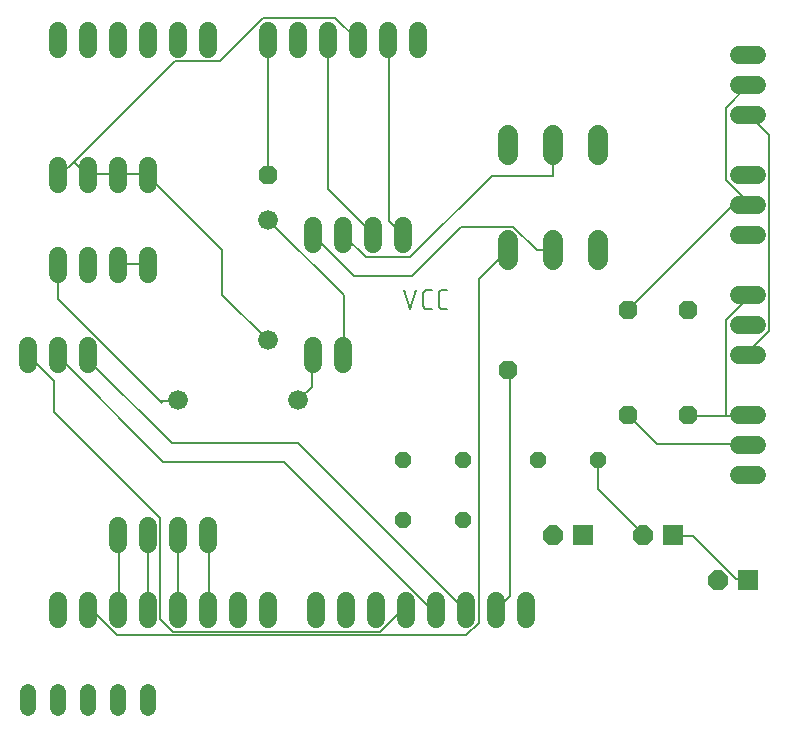
<source format=gbr>
G04 EAGLE Gerber X2 export*
%TF.Part,Single*%
%TF.FileFunction,Copper,L1,Top,Mixed*%
%TF.FilePolarity,Positive*%
%TF.GenerationSoftware,Autodesk,EAGLE,9.1.3*%
%TF.CreationDate,2018-09-07T19:40:15Z*%
G75*
%MOMM*%
%FSLAX34Y34*%
%LPD*%
%AMOC8*
5,1,8,0,0,1.08239X$1,22.5*%
G01*
%ADD10C,0.152400*%
%ADD11C,1.524000*%
%ADD12P,1.732040X8X22.500000*%
%ADD13C,1.676400*%
%ADD14C,1.676400*%
%ADD15P,1.429621X8X22.500000*%
%ADD16P,1.814519X8X22.500000*%
%ADD17R,1.676400X1.676400*%
%ADD18C,1.320800*%


D10*
X369062Y309118D02*
X374481Y292862D01*
X379899Y309118D01*
X389169Y292862D02*
X392782Y292862D01*
X389169Y292862D02*
X389051Y292864D01*
X388933Y292870D01*
X388815Y292879D01*
X388698Y292893D01*
X388581Y292910D01*
X388464Y292931D01*
X388349Y292956D01*
X388234Y292985D01*
X388120Y293018D01*
X388008Y293054D01*
X387897Y293094D01*
X387787Y293137D01*
X387678Y293184D01*
X387571Y293234D01*
X387466Y293289D01*
X387363Y293346D01*
X387262Y293407D01*
X387162Y293471D01*
X387065Y293538D01*
X386970Y293608D01*
X386878Y293682D01*
X386787Y293758D01*
X386700Y293838D01*
X386615Y293920D01*
X386533Y294005D01*
X386453Y294092D01*
X386377Y294183D01*
X386303Y294275D01*
X386233Y294370D01*
X386166Y294467D01*
X386102Y294567D01*
X386041Y294668D01*
X385984Y294771D01*
X385929Y294876D01*
X385879Y294983D01*
X385832Y295092D01*
X385789Y295202D01*
X385749Y295313D01*
X385713Y295425D01*
X385680Y295539D01*
X385651Y295654D01*
X385626Y295769D01*
X385605Y295886D01*
X385588Y296003D01*
X385574Y296120D01*
X385565Y296238D01*
X385559Y296356D01*
X385557Y296474D01*
X385557Y305506D01*
X385559Y305624D01*
X385565Y305742D01*
X385574Y305860D01*
X385588Y305977D01*
X385605Y306094D01*
X385626Y306211D01*
X385651Y306326D01*
X385680Y306441D01*
X385713Y306555D01*
X385749Y306667D01*
X385789Y306778D01*
X385832Y306888D01*
X385879Y306997D01*
X385929Y307104D01*
X385983Y307209D01*
X386041Y307312D01*
X386102Y307413D01*
X386166Y307513D01*
X386233Y307610D01*
X386303Y307705D01*
X386377Y307797D01*
X386453Y307888D01*
X386533Y307975D01*
X386615Y308060D01*
X386700Y308142D01*
X386787Y308222D01*
X386878Y308298D01*
X386970Y308372D01*
X387065Y308442D01*
X387162Y308509D01*
X387262Y308573D01*
X387363Y308634D01*
X387466Y308691D01*
X387571Y308745D01*
X387678Y308796D01*
X387787Y308843D01*
X387897Y308886D01*
X388008Y308926D01*
X388120Y308962D01*
X388234Y308995D01*
X388349Y309024D01*
X388464Y309049D01*
X388581Y309070D01*
X388698Y309087D01*
X388815Y309101D01*
X388933Y309110D01*
X389051Y309116D01*
X389169Y309118D01*
X392782Y309118D01*
X402195Y292862D02*
X405808Y292862D01*
X402195Y292862D02*
X402077Y292864D01*
X401959Y292870D01*
X401841Y292879D01*
X401724Y292893D01*
X401607Y292910D01*
X401490Y292931D01*
X401375Y292956D01*
X401260Y292985D01*
X401146Y293018D01*
X401034Y293054D01*
X400923Y293094D01*
X400813Y293137D01*
X400704Y293184D01*
X400597Y293234D01*
X400492Y293289D01*
X400389Y293346D01*
X400288Y293407D01*
X400188Y293471D01*
X400091Y293538D01*
X399996Y293608D01*
X399904Y293682D01*
X399813Y293758D01*
X399726Y293838D01*
X399641Y293920D01*
X399559Y294005D01*
X399479Y294092D01*
X399403Y294183D01*
X399329Y294275D01*
X399259Y294370D01*
X399192Y294467D01*
X399128Y294567D01*
X399067Y294668D01*
X399010Y294771D01*
X398955Y294876D01*
X398905Y294983D01*
X398858Y295092D01*
X398815Y295202D01*
X398775Y295313D01*
X398739Y295425D01*
X398706Y295539D01*
X398677Y295654D01*
X398652Y295769D01*
X398631Y295886D01*
X398614Y296003D01*
X398600Y296120D01*
X398591Y296238D01*
X398585Y296356D01*
X398583Y296474D01*
X398583Y305506D01*
X398585Y305624D01*
X398591Y305742D01*
X398600Y305860D01*
X398614Y305977D01*
X398631Y306094D01*
X398652Y306211D01*
X398677Y306326D01*
X398706Y306441D01*
X398739Y306555D01*
X398775Y306667D01*
X398815Y306778D01*
X398858Y306888D01*
X398905Y306997D01*
X398955Y307104D01*
X399009Y307209D01*
X399067Y307312D01*
X399128Y307413D01*
X399192Y307513D01*
X399259Y307610D01*
X399329Y307705D01*
X399403Y307797D01*
X399479Y307888D01*
X399559Y307975D01*
X399641Y308060D01*
X399726Y308142D01*
X399813Y308222D01*
X399904Y308298D01*
X399996Y308372D01*
X400091Y308442D01*
X400188Y308509D01*
X400288Y308573D01*
X400389Y308634D01*
X400492Y308691D01*
X400597Y308745D01*
X400704Y308796D01*
X400813Y308843D01*
X400923Y308886D01*
X401034Y308926D01*
X401146Y308962D01*
X401260Y308995D01*
X401375Y309024D01*
X401490Y309049D01*
X401607Y309070D01*
X401724Y309087D01*
X401841Y309101D01*
X401959Y309110D01*
X402077Y309116D01*
X402195Y309118D01*
X405808Y309118D01*
D11*
X472440Y45720D02*
X472440Y30480D01*
X447040Y30480D02*
X447040Y45720D01*
X421640Y45720D02*
X421640Y30480D01*
X396240Y30480D02*
X396240Y45720D01*
X370840Y45720D02*
X370840Y30480D01*
X345440Y30480D02*
X345440Y45720D01*
X320040Y45720D02*
X320040Y30480D01*
X294640Y30480D02*
X294640Y45720D01*
X254000Y45720D02*
X254000Y30480D01*
X228600Y30480D02*
X228600Y45720D01*
X203200Y45720D02*
X203200Y30480D01*
X177800Y30480D02*
X177800Y45720D01*
X152400Y45720D02*
X152400Y30480D01*
X127000Y30480D02*
X127000Y45720D01*
X101600Y45720D02*
X101600Y30480D01*
X76200Y30480D02*
X76200Y45720D01*
X381000Y513080D02*
X381000Y528320D01*
X355600Y528320D02*
X355600Y513080D01*
X330200Y513080D02*
X330200Y528320D01*
X304800Y528320D02*
X304800Y513080D01*
X279400Y513080D02*
X279400Y528320D01*
X254000Y528320D02*
X254000Y513080D01*
X203200Y513080D02*
X203200Y528320D01*
X177800Y528320D02*
X177800Y513080D01*
X152400Y513080D02*
X152400Y528320D01*
X127000Y528320D02*
X127000Y513080D01*
X101600Y513080D02*
X101600Y528320D01*
X76200Y528320D02*
X76200Y513080D01*
X292100Y363220D02*
X292100Y347980D01*
X317500Y347980D02*
X317500Y363220D01*
X342900Y363220D02*
X342900Y347980D01*
X368300Y347980D02*
X368300Y363220D01*
X76200Y398780D02*
X76200Y414020D01*
X101600Y414020D02*
X101600Y398780D01*
X127000Y398780D02*
X127000Y414020D01*
X152400Y414020D02*
X152400Y398780D01*
X76200Y337820D02*
X76200Y322580D01*
X101600Y322580D02*
X101600Y337820D01*
X127000Y337820D02*
X127000Y322580D01*
X152400Y322580D02*
X152400Y337820D01*
D12*
X457200Y241300D03*
X254000Y406400D03*
D11*
X50800Y261620D02*
X50800Y246380D01*
X76200Y246380D02*
X76200Y261620D01*
X101600Y261620D02*
X101600Y246380D01*
X127000Y109220D02*
X127000Y93980D01*
X152400Y93980D02*
X152400Y109220D01*
X177800Y109220D02*
X177800Y93980D01*
X203200Y93980D02*
X203200Y109220D01*
X292100Y246380D02*
X292100Y261620D01*
X317500Y261620D02*
X317500Y246380D01*
D13*
X457200Y334518D02*
X457200Y351282D01*
X495300Y351282D02*
X495300Y334518D01*
X533400Y334518D02*
X533400Y351282D01*
X457200Y423418D02*
X457200Y440182D01*
X495300Y440182D02*
X495300Y423418D01*
X533400Y423418D02*
X533400Y440182D01*
D14*
X254000Y266700D03*
X254000Y368300D03*
X177800Y215900D03*
X279400Y215900D03*
D15*
X368300Y165100D03*
X419100Y165100D03*
X482600Y165100D03*
X533400Y165100D03*
X368300Y114300D03*
X419100Y114300D03*
D16*
X495300Y101600D03*
D17*
X520700Y101600D03*
D16*
X571500Y101600D03*
D17*
X596900Y101600D03*
D16*
X635000Y63500D03*
D17*
X660400Y63500D03*
D12*
X558800Y203200D03*
X609600Y203200D03*
X609600Y292100D03*
X558800Y292100D03*
D11*
X652780Y508000D02*
X668020Y508000D01*
X668020Y482600D02*
X652780Y482600D01*
X652780Y457200D02*
X668020Y457200D01*
X668020Y406400D02*
X652780Y406400D01*
X652780Y381000D02*
X668020Y381000D01*
X668020Y355600D02*
X652780Y355600D01*
X652780Y304800D02*
X668020Y304800D01*
X668020Y279400D02*
X652780Y279400D01*
X652780Y254000D02*
X668020Y254000D01*
X668020Y203200D02*
X652780Y203200D01*
X652780Y177800D02*
X668020Y177800D01*
X668020Y152400D02*
X652780Y152400D01*
D18*
X50800Y-31496D02*
X50800Y-44704D01*
X76200Y-44704D02*
X76200Y-31496D01*
X101600Y-31496D02*
X101600Y-44704D01*
X127000Y-44704D02*
X127000Y-31496D01*
X152400Y-31496D02*
X152400Y-44704D01*
D10*
X443484Y405892D02*
X495300Y405892D01*
X443484Y405892D02*
X374396Y336804D01*
X336804Y336804D01*
X318516Y355092D01*
X495300Y405892D02*
X495300Y431800D01*
X318516Y355092D02*
X317500Y355600D01*
X304800Y394716D02*
X304800Y520700D01*
X304800Y394716D02*
X342900Y356616D01*
X342900Y355600D01*
X356616Y367284D02*
X356616Y519684D01*
X356616Y367284D02*
X368300Y355600D01*
X356616Y519684D02*
X355600Y520700D01*
X79248Y406908D02*
X76200Y406908D01*
X89916Y417576D02*
X175260Y502920D01*
X89916Y417576D02*
X79248Y406908D01*
X175260Y502920D02*
X213360Y502920D01*
X249936Y539496D01*
X310896Y539496D01*
X329184Y521208D01*
X76200Y406908D02*
X76200Y406400D01*
X329184Y521208D02*
X330200Y520700D01*
X100584Y406908D02*
X89916Y417576D01*
X100584Y406908D02*
X101600Y406400D01*
X102108Y406908D02*
X126492Y406908D01*
X102108Y406908D02*
X101600Y406400D01*
X126492Y406908D02*
X127000Y406400D01*
X128016Y406908D02*
X152400Y406908D01*
X152400Y406400D01*
X128016Y406908D02*
X127000Y406400D01*
X214884Y342900D02*
X214884Y304800D01*
X214884Y342900D02*
X152400Y405384D01*
X214884Y304800D02*
X254000Y266700D01*
X152400Y405384D02*
X152400Y406400D01*
X459232Y239268D02*
X459232Y50292D01*
X459232Y239268D02*
X457200Y241300D01*
X459232Y50292D02*
X447040Y38100D01*
X420624Y38100D02*
X279400Y179324D01*
X172720Y179324D01*
X102108Y249936D01*
X102108Y252984D01*
X420624Y38100D02*
X421640Y38100D01*
X102108Y252984D02*
X101600Y254000D01*
X393192Y38100D02*
X396240Y38100D01*
X393192Y38100D02*
X267716Y163576D01*
X165608Y163576D01*
X76200Y252984D01*
X76200Y254000D01*
X367284Y38100D02*
X370840Y38100D01*
X367284Y38100D02*
X348996Y19812D01*
X173736Y19812D01*
X163068Y30480D01*
X163068Y115824D01*
X73152Y205740D01*
X73152Y231648D01*
X50800Y254000D01*
X128016Y100584D02*
X128016Y38100D01*
X127000Y38100D01*
X128016Y100584D02*
X127000Y101600D01*
X152400Y101600D02*
X152400Y38100D01*
X178308Y38100D02*
X178308Y100584D01*
X178308Y38100D02*
X177800Y38100D01*
X178308Y100584D02*
X177800Y101600D01*
X204216Y100584D02*
X204216Y38100D01*
X203200Y38100D01*
X204216Y100584D02*
X203200Y101600D01*
X105156Y38100D02*
X101600Y38100D01*
X105156Y38100D02*
X126492Y16764D01*
X422148Y16764D01*
X432816Y27432D01*
X432816Y318516D01*
X457200Y342900D01*
X481584Y342900D02*
X495300Y342900D01*
X481584Y342900D02*
X461772Y362712D01*
X417576Y362712D01*
X375920Y321056D01*
X326644Y321056D01*
X292100Y355600D01*
X318516Y304800D02*
X318516Y254508D01*
X317500Y254000D01*
X318516Y304800D02*
X254000Y368300D01*
X291084Y252984D02*
X291084Y227076D01*
X280416Y216408D01*
X291084Y252984D02*
X292100Y254000D01*
X280416Y216408D02*
X279400Y215900D01*
X533400Y165100D02*
X533400Y140208D01*
X571500Y102108D01*
X571500Y101600D01*
X659892Y381000D02*
X659892Y384048D01*
X655320Y388620D02*
X641604Y402336D01*
X655320Y388620D02*
X659892Y384048D01*
X641604Y402336D02*
X641604Y463296D01*
X659892Y481584D01*
X659892Y381000D02*
X660400Y381000D01*
X659892Y481584D02*
X660400Y482600D01*
X655320Y388620D02*
X558800Y292100D01*
X583692Y178308D02*
X659892Y178308D01*
X583692Y178308D02*
X558800Y203200D01*
X659892Y178308D02*
X660400Y177800D01*
X641604Y202692D02*
X609600Y202692D01*
X641604Y202692D02*
X659892Y202692D01*
X660400Y203200D01*
X609600Y203200D02*
X609600Y202692D01*
X659892Y301752D02*
X659892Y304800D01*
X659892Y301752D02*
X641604Y283464D01*
X641604Y202692D01*
X659892Y304800D02*
X660400Y304800D01*
X254508Y406908D02*
X254508Y519684D01*
X254000Y520700D01*
X254508Y406908D02*
X254000Y406400D01*
X661416Y257556D02*
X661416Y254508D01*
X661416Y257556D02*
X678180Y274320D01*
X678180Y440436D01*
X661416Y457200D01*
X661416Y254508D02*
X660400Y254000D01*
X660400Y457200D02*
X661416Y457200D01*
X76200Y330200D02*
X76200Y301752D01*
X163068Y214884D02*
X164592Y213360D01*
X163068Y214884D02*
X76200Y301752D01*
X128016Y330708D02*
X152400Y330708D01*
X152400Y330200D01*
X128016Y330708D02*
X127000Y330200D01*
X163068Y214884D02*
X176784Y214884D01*
X177800Y215900D01*
X650748Y64008D02*
X659892Y64008D01*
X650748Y64008D02*
X614172Y100584D01*
X597408Y100584D01*
X659892Y64008D02*
X660400Y63500D01*
X597408Y100584D02*
X596900Y101600D01*
M02*

</source>
